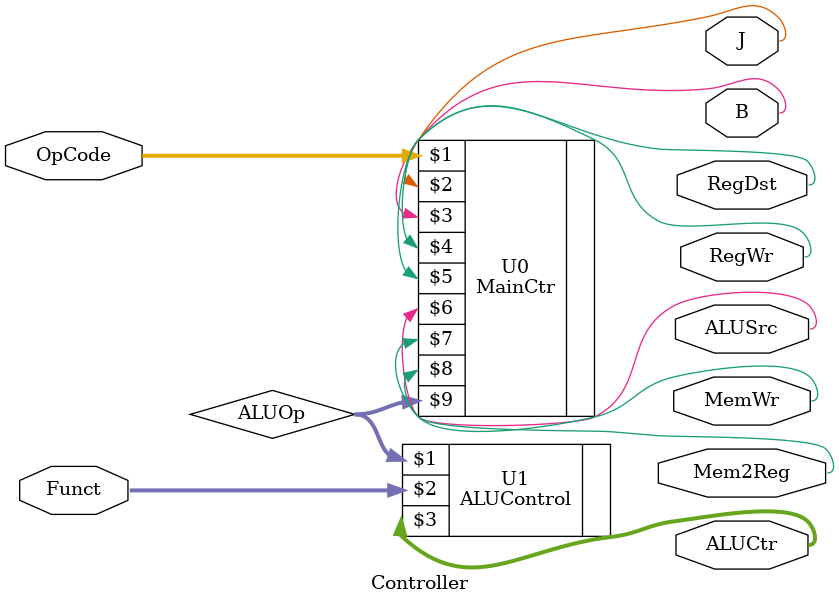
<source format=v>
`timescale 1ns / 1ps
module Controller (OpCode, Funct, J, B, RegDst, RegWr, ALUSrc, MemWr, Mem2Reg, ALUCtr); //¿ØÖÆÆ÷
input [5:0] OpCode, Funct;
output J, B, RegDst, RegWr, ALUSrc, MemWr, Mem2Reg;
output [3:0] ALUCtr;
wire [1:0] ALUOp;

//ÒýÓÃÖ÷¿ØÖÆÆ÷ Mainctr ÒÔ¼° ALU ¿ØÖÆÆ÷ ALUControl ÊµÏÖ¶ÔÖ¸ÁîµÄ²Ù×÷ÂëºÍ¹¦ÄÜÂëÒëÂë²úÉú¿ØÖÆÐÅºÅ
MainCtr U0(OpCode,J, B, RegDst, RegWr, ALUSrc, MemWr, Mem2Reg, ALUOp);//Ö÷¿ØÖÆÆ÷µÚÒ»¼¶ÒëÂë,µÃµ½ALUOp[1:0]
ALUControl U1(ALUOp, Funct, ALUCtr);  //ALU¿ØÖÆÆ÷µÚ¶þ¼¶ÒëÂë£¬²úÉúALUCtr[3:0]
endmodule
</source>
